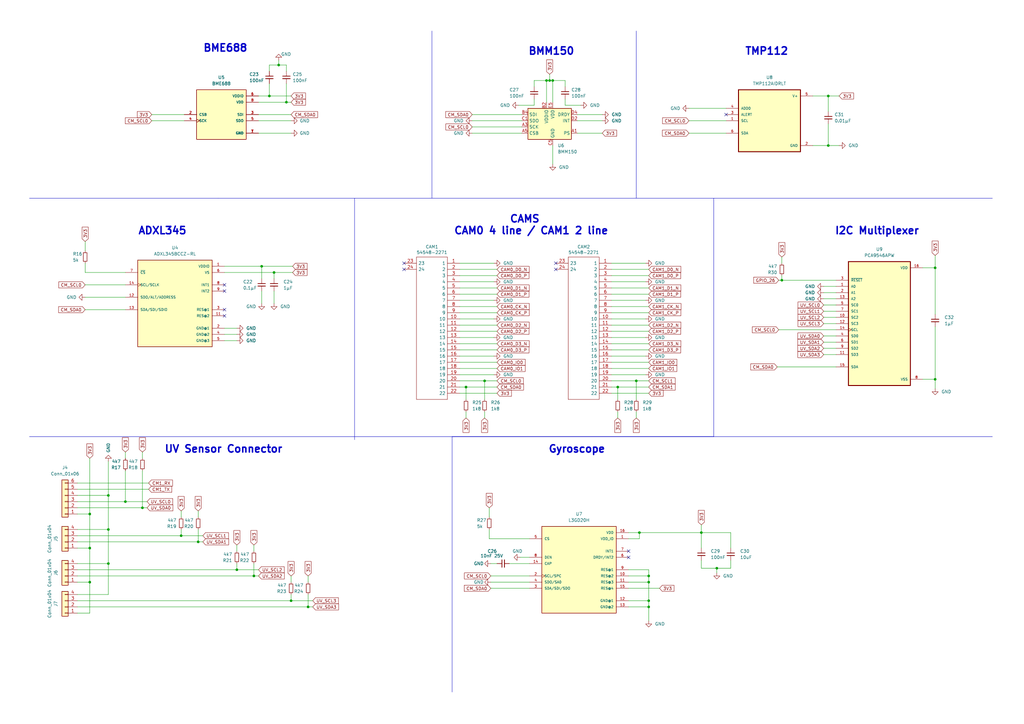
<source format=kicad_sch>
(kicad_sch (version 20230121) (generator eeschema)
  (paper "A3")
  (junction (at 191.135 158.75))
  (junction (at 266.065 238.76))
  (junction (at 266.065 248.92))
  (junction (at 36.83 210.82))
  (junction (at 44.45 217.17))
  (junction (at 74.295 219.71))
  (junction (at 36.83 224.79))
  (junction (at 253.365 158.75))
  (junction (at 44.45 231.14))
  (junction (at 294.005 233.045))
  (junction (at 51.435 205.74))
  (junction (at 339.725 59.69))
  (junction (at 266.065 236.22))
  (junction (at 287.655 218.44))
  (junction (at 126.365 248.92))
  (junction (at 266.065 246.38))
  (junction (at 260.985 156.21))
  (junction (at 198.755 156.21))
  (junction (at 81.28 222.25))
  (junction (at 339.725 39.37))
  (junction (at 383.54 109.855))
  (junction (at 114.3 26.67))
  (junction (at 36.83 238.76))
  (junction (at 225.425 33.02))
  (junction (at 44.45 203.2))
  (junction (at 112.395 111.76))
  (junction (at 224.155 33.02))
  (junction (at 110.49 39.37))
  (junction (at 383.54 155.575))
  (junction (at 97.155 233.68))
  (junction (at 119.38 246.38))
  (junction (at 117.475 41.91))
  (junction (at 58.42 208.28))
  (junction (at 107.315 109.22))
  (junction (at 320.675 114.935))
  (junction (at 104.14 236.22))
  (junction (at 262.255 218.44))
  (junction (at 226.695 33.02))
  (no_connect (at 257.81 226.06))
  (no_connect (at 227.965 107.95))
  (no_connect (at 92.075 119.38))
  (no_connect (at 257.81 228.6))
  (no_connect (at 92.075 127))
  (no_connect (at 227.965 110.49))
  (no_connect (at 92.075 116.84))
  (no_connect (at 92.075 129.54))
  (no_connect (at 297.815 46.99))
  (no_connect (at 165.735 110.49))
  (no_connect (at 165.735 107.95))
  (wire (pts (xy 34.925 116.84) (xy 51.435 116.84)))
  (wire (pts (xy 188.595 143.51) (xy 203.835 143.51)))
  (wire (pts (xy 31.75 198.12) (xy 60.96 198.12)))
  (wire (pts (xy 299.72 233.045) (xy 294.005 233.045)))
  (wire (pts (xy 287.655 233.045) (xy 294.005 233.045)))
  (wire (pts (xy 188.595 156.21) (xy 198.755 156.21)))
  (wire (pts (xy 31.75 219.71) (xy 74.295 219.71)))
  (wire (pts (xy 287.655 215.265) (xy 287.655 218.44)))
  (wire (pts (xy 104.14 226.06) (xy 104.14 223.52)))
  (wire (pts (xy 224.155 33.02) (xy 224.155 41.91)))
  (wire (pts (xy 320.675 114.935) (xy 320.675 113.03)))
  (wire (pts (xy 188.595 130.81) (xy 202.565 130.81)))
  (wire (pts (xy 198.755 156.21) (xy 198.755 163.83)))
  (wire (pts (xy 236.855 54.61) (xy 247.015 54.61)))
  (wire (pts (xy 188.595 113.03) (xy 203.835 113.03)))
  (wire (pts (xy 36.83 251.46) (xy 31.75 251.46)))
  (wire (pts (xy 262.255 218.44) (xy 287.655 218.44)))
  (wire (pts (xy 31.75 200.66) (xy 60.96 200.66)))
  (wire (pts (xy 62.23 46.99) (xy 75.565 46.99)))
  (polyline (pts (xy 292.735 179.07) (xy 185.42 179.07)))
  (wire (pts (xy 188.595 146.05) (xy 202.565 146.05)))
  (wire (pts (xy 201.295 241.3) (xy 217.17 241.3)))
  (wire (pts (xy 282.575 44.45) (xy 297.815 44.45)))
  (wire (pts (xy 36.83 224.79) (xy 36.83 238.76)))
  (wire (pts (xy 34.925 99.06) (xy 34.925 102.87)))
  (wire (pts (xy 104.14 231.14) (xy 104.14 236.22)))
  (wire (pts (xy 320.675 114.935) (xy 342.9 114.935)))
  (wire (pts (xy 225.425 33.02) (xy 226.695 33.02)))
  (wire (pts (xy 44.45 203.2) (xy 44.45 217.17)))
  (wire (pts (xy 51.435 193.04) (xy 51.435 205.74)))
  (wire (pts (xy 294.005 233.045) (xy 294.005 234.95)))
  (wire (pts (xy 250.825 146.05) (xy 264.795 146.05)))
  (wire (pts (xy 201.295 231.14) (xy 203.835 231.14)))
  (wire (pts (xy 337.82 130.175) (xy 342.9 130.175)))
  (wire (pts (xy 250.825 118.11) (xy 266.065 118.11)))
  (wire (pts (xy 226.695 33.02) (xy 231.775 33.02)))
  (wire (pts (xy 110.49 39.37) (xy 119.38 39.37)))
  (wire (pts (xy 198.755 168.91) (xy 198.755 171.45)))
  (wire (pts (xy 250.825 123.19) (xy 264.795 123.19)))
  (wire (pts (xy 34.925 127) (xy 51.435 127)))
  (wire (pts (xy 106.045 39.37) (xy 110.49 39.37)))
  (wire (pts (xy 188.595 153.67) (xy 202.565 153.67)))
  (polyline (pts (xy 12.065 81.28) (xy 89.535 81.28)))
  (wire (pts (xy 31.75 248.92) (xy 126.365 248.92)))
  (wire (pts (xy 257.81 218.44) (xy 262.255 218.44)))
  (wire (pts (xy 250.825 113.03) (xy 266.065 113.03)))
  (wire (pts (xy 257.81 246.38) (xy 266.065 246.38)))
  (wire (pts (xy 257.81 248.92) (xy 266.065 248.92)))
  (wire (pts (xy 378.46 155.575) (xy 383.54 155.575)))
  (wire (pts (xy 253.365 158.75) (xy 253.365 163.83)))
  (wire (pts (xy 112.395 119.38) (xy 112.395 124.46)))
  (wire (pts (xy 250.825 140.97) (xy 266.065 140.97)))
  (wire (pts (xy 299.72 218.44) (xy 299.72 224.79)))
  (wire (pts (xy 34.925 111.76) (xy 51.435 111.76)))
  (wire (pts (xy 337.82 137.795) (xy 342.9 137.795)))
  (wire (pts (xy 250.825 151.13) (xy 266.065 151.13)))
  (wire (pts (xy 250.825 130.81) (xy 264.795 130.81)))
  (wire (pts (xy 253.365 158.75) (xy 266.065 158.75)))
  (wire (pts (xy 44.45 231.14) (xy 44.45 243.84)))
  (wire (pts (xy 238.125 43.18) (xy 231.775 43.18)))
  (wire (pts (xy 260.985 168.91) (xy 260.985 171.45)))
  (wire (pts (xy 119.38 246.38) (xy 128.27 246.38)))
  (wire (pts (xy 106.045 46.99) (xy 119.38 46.99)))
  (polyline (pts (xy 177.165 12.7) (xy 177.165 81.28)))
  (wire (pts (xy 188.595 158.75) (xy 191.135 158.75)))
  (wire (pts (xy 339.725 39.37) (xy 344.17 39.37)))
  (wire (pts (xy 339.725 59.69) (xy 333.375 59.69)))
  (wire (pts (xy 74.295 217.17) (xy 74.295 219.71)))
  (wire (pts (xy 257.81 220.98) (xy 262.255 220.98)))
  (wire (pts (xy 337.82 142.875) (xy 342.9 142.875)))
  (wire (pts (xy 337.82 127.635) (xy 342.9 127.635)))
  (wire (pts (xy 191.135 158.75) (xy 191.135 163.83)))
  (wire (pts (xy 126.365 243.84) (xy 126.365 248.92)))
  (wire (pts (xy 193.675 52.07) (xy 213.995 52.07)))
  (wire (pts (xy 250.825 107.95) (xy 264.795 107.95)))
  (wire (pts (xy 383.54 109.855) (xy 383.54 128.905)))
  (wire (pts (xy 36.83 210.82) (xy 36.83 224.79)))
  (wire (pts (xy 250.825 128.27) (xy 266.065 128.27)))
  (wire (pts (xy 226.695 59.69) (xy 226.695 67.31)))
  (wire (pts (xy 44.45 189.23) (xy 44.45 203.2)))
  (wire (pts (xy 257.81 233.68) (xy 266.065 233.68)))
  (wire (pts (xy 250.825 156.21) (xy 260.985 156.21)))
  (wire (pts (xy 110.49 26.67) (xy 114.3 26.67)))
  (wire (pts (xy 62.23 49.53) (xy 75.565 49.53)))
  (wire (pts (xy 107.315 109.22) (xy 120.015 109.22)))
  (wire (pts (xy 266.065 248.92) (xy 266.065 254.635)))
  (polyline (pts (xy 185.42 179.07) (xy 185.42 283.845)))
  (wire (pts (xy 106.045 49.53) (xy 119.38 49.53)))
  (wire (pts (xy 250.825 125.73) (xy 266.065 125.73)))
  (wire (pts (xy 188.595 161.29) (xy 203.835 161.29)))
  (wire (pts (xy 92.075 109.22) (xy 107.315 109.22)))
  (wire (pts (xy 250.825 110.49) (xy 266.065 110.49)))
  (wire (pts (xy 188.595 125.73) (xy 203.835 125.73)))
  (wire (pts (xy 81.28 222.25) (xy 83.185 222.25)))
  (wire (pts (xy 200.66 208.28) (xy 200.66 212.09)))
  (wire (pts (xy 250.825 135.89) (xy 266.065 135.89)))
  (polyline (pts (xy 292.735 179.07) (xy 407.035 179.07)))
  (wire (pts (xy 34.925 107.95) (xy 34.925 111.76)))
  (wire (pts (xy 200.66 220.98) (xy 217.17 220.98)))
  (wire (pts (xy 262.255 220.98) (xy 262.255 218.44)))
  (wire (pts (xy 378.46 109.855) (xy 383.54 109.855)))
  (wire (pts (xy 253.365 168.91) (xy 253.365 171.45)))
  (wire (pts (xy 299.72 229.87) (xy 299.72 233.045)))
  (wire (pts (xy 319.405 135.255) (xy 342.9 135.255)))
  (wire (pts (xy 112.395 111.76) (xy 120.015 111.76)))
  (wire (pts (xy 250.825 153.67) (xy 264.795 153.67)))
  (wire (pts (xy 282.575 54.61) (xy 297.815 54.61)))
  (polyline (pts (xy 292.735 179.07) (xy 292.735 81.28)))
  (wire (pts (xy 74.295 212.09) (xy 74.295 209.55)))
  (wire (pts (xy 250.825 133.35) (xy 266.065 133.35)))
  (wire (pts (xy 31.75 205.74) (xy 51.435 205.74)))
  (wire (pts (xy 266.065 233.68) (xy 266.065 236.22)))
  (wire (pts (xy 383.54 133.985) (xy 383.54 155.575)))
  (wire (pts (xy 193.675 46.99) (xy 213.995 46.99)))
  (wire (pts (xy 117.475 41.91) (xy 119.38 41.91)))
  (wire (pts (xy 92.075 134.62) (xy 97.155 134.62)))
  (wire (pts (xy 383.54 104.775) (xy 383.54 109.855)))
  (wire (pts (xy 117.475 26.67) (xy 117.475 29.21)))
  (wire (pts (xy 58.42 193.04) (xy 58.42 208.28)))
  (wire (pts (xy 337.82 120.015) (xy 342.9 120.015)))
  (wire (pts (xy 224.155 33.02) (xy 225.425 33.02)))
  (wire (pts (xy 337.82 132.715) (xy 342.9 132.715)))
  (wire (pts (xy 92.075 111.76) (xy 112.395 111.76)))
  (wire (pts (xy 188.595 151.13) (xy 203.835 151.13)))
  (wire (pts (xy 188.595 107.95) (xy 202.565 107.95)))
  (wire (pts (xy 119.38 243.84) (xy 119.38 246.38)))
  (wire (pts (xy 188.595 118.11) (xy 203.835 118.11)))
  (wire (pts (xy 31.75 236.22) (xy 104.14 236.22)))
  (wire (pts (xy 201.295 236.22) (xy 217.17 236.22)))
  (wire (pts (xy 337.82 125.095) (xy 342.9 125.095)))
  (wire (pts (xy 36.83 187.96) (xy 36.83 210.82)))
  (wire (pts (xy 201.295 238.76) (xy 217.17 238.76)))
  (wire (pts (xy 219.075 43.18) (xy 212.725 43.18)))
  (wire (pts (xy 250.825 161.29) (xy 266.065 161.29)))
  (wire (pts (xy 318.77 150.495) (xy 342.9 150.495)))
  (wire (pts (xy 110.49 34.29) (xy 110.49 39.37)))
  (wire (pts (xy 198.755 156.21) (xy 203.835 156.21)))
  (wire (pts (xy 92.075 137.16) (xy 97.155 137.16)))
  (wire (pts (xy 231.775 43.18) (xy 231.775 40.64)))
  (wire (pts (xy 97.155 233.68) (xy 106.045 233.68)))
  (wire (pts (xy 200.66 217.17) (xy 200.66 220.98)))
  (wire (pts (xy 188.595 120.65) (xy 203.835 120.65)))
  (wire (pts (xy 58.42 187.96) (xy 58.42 185.42)))
  (wire (pts (xy 188.595 138.43) (xy 202.565 138.43)))
  (wire (pts (xy 193.675 54.61) (xy 213.995 54.61)))
  (wire (pts (xy 36.83 238.76) (xy 36.83 251.46)))
  (wire (pts (xy 188.595 115.57) (xy 202.565 115.57)))
  (wire (pts (xy 257.81 241.3) (xy 270.51 241.3)))
  (wire (pts (xy 114.3 24.765) (xy 114.3 26.67)))
  (wire (pts (xy 213.36 228.6) (xy 217.17 228.6)))
  (wire (pts (xy 36.83 210.82) (xy 31.75 210.82)))
  (wire (pts (xy 339.725 39.37) (xy 339.725 45.72)))
  (wire (pts (xy 333.375 39.37) (xy 339.725 39.37)))
  (wire (pts (xy 107.315 119.38) (xy 107.315 124.46)))
  (wire (pts (xy 188.595 123.19) (xy 202.565 123.19)))
  (wire (pts (xy 287.655 229.87) (xy 287.655 233.045)))
  (polyline (pts (xy 89.535 81.28) (xy 407.035 81.28)))
  (wire (pts (xy 31.75 208.28) (xy 58.42 208.28)))
  (wire (pts (xy 106.045 41.91) (xy 117.475 41.91)))
  (wire (pts (xy 260.985 156.21) (xy 260.985 163.83)))
  (wire (pts (xy 250.825 148.59) (xy 266.065 148.59)))
  (wire (pts (xy 383.54 155.575) (xy 383.54 159.385)))
  (wire (pts (xy 126.365 238.76) (xy 126.365 236.22)))
  (wire (pts (xy 226.695 33.02) (xy 226.695 41.91)))
  (wire (pts (xy 337.82 145.415) (xy 342.9 145.415)))
  (wire (pts (xy 34.925 121.92) (xy 51.435 121.92)))
  (wire (pts (xy 36.83 224.79) (xy 31.75 224.79)))
  (wire (pts (xy 106.045 54.61) (xy 119.38 54.61)))
  (wire (pts (xy 250.825 143.51) (xy 266.065 143.51)))
  (wire (pts (xy 191.135 168.91) (xy 191.135 171.45)))
  (polyline (pts (xy 145.415 81.28) (xy 145.415 180.34)))
  (wire (pts (xy 119.38 238.76) (xy 119.38 236.22)))
  (wire (pts (xy 81.28 217.17) (xy 81.28 222.25)))
  (wire (pts (xy 81.28 212.09) (xy 81.28 209.55)))
  (wire (pts (xy 339.725 59.69) (xy 344.17 59.69)))
  (wire (pts (xy 97.155 226.06) (xy 97.155 223.52)))
  (wire (pts (xy 257.81 238.76) (xy 266.065 238.76)))
  (wire (pts (xy 260.985 156.21) (xy 266.065 156.21)))
  (wire (pts (xy 250.825 115.57) (xy 264.795 115.57)))
  (polyline (pts (xy 260.985 12.7) (xy 260.985 81.28)))
  (wire (pts (xy 44.45 203.2) (xy 31.75 203.2)))
  (wire (pts (xy 44.45 217.17) (xy 44.45 231.14)))
  (wire (pts (xy 104.14 236.22) (xy 106.045 236.22)))
  (wire (pts (xy 31.75 233.68) (xy 97.155 233.68)))
  (wire (pts (xy 225.425 30.48) (xy 225.425 33.02)))
  (wire (pts (xy 219.075 40.64) (xy 219.075 43.18)))
  (wire (pts (xy 337.82 140.335) (xy 342.9 140.335)))
  (wire (pts (xy 58.42 208.28) (xy 60.325 208.28)))
  (wire (pts (xy 44.45 231.14) (xy 31.75 231.14)))
  (wire (pts (xy 236.855 49.53) (xy 247.015 49.53)))
  (wire (pts (xy 126.365 248.92) (xy 128.27 248.92)))
  (wire (pts (xy 31.75 222.25) (xy 81.28 222.25)))
  (wire (pts (xy 188.595 128.27) (xy 203.835 128.27)))
  (wire (pts (xy 287.655 218.44) (xy 299.72 218.44)))
  (wire (pts (xy 193.675 49.53) (xy 213.995 49.53)))
  (wire (pts (xy 92.075 139.7) (xy 97.155 139.7)))
  (wire (pts (xy 266.065 238.76) (xy 266.065 246.38)))
  (wire (pts (xy 44.45 243.84) (xy 31.75 243.84)))
  (wire (pts (xy 250.825 138.43) (xy 264.795 138.43)))
  (wire (pts (xy 282.575 49.53) (xy 297.815 49.53)))
  (wire (pts (xy 188.595 135.89) (xy 203.835 135.89)))
  (wire (pts (xy 188.595 140.97) (xy 203.835 140.97)))
  (wire (pts (xy 31.75 246.38) (xy 119.38 246.38)))
  (wire (pts (xy 266.065 236.22) (xy 266.065 238.76)))
  (wire (pts (xy 117.475 34.29) (xy 117.475 41.91)))
  (polyline (pts (xy 12.065 179.07) (xy 292.735 179.07)))
  (wire (pts (xy 51.435 205.74) (xy 60.325 205.74)))
  (wire (pts (xy 208.915 231.14) (xy 217.17 231.14)))
  (wire (pts (xy 97.155 231.14) (xy 97.155 233.68)))
  (wire (pts (xy 236.855 46.99) (xy 247.015 46.99)))
  (wire (pts (xy 112.395 111.76) (xy 112.395 114.3)))
  (wire (pts (xy 107.315 109.22) (xy 107.315 114.3)))
  (wire (pts (xy 337.82 122.555) (xy 342.9 122.555)))
  (wire (pts (xy 44.45 217.17) (xy 31.75 217.17)))
  (wire (pts (xy 188.595 110.49) (xy 203.835 110.49)))
  (wire (pts (xy 339.725 50.8) (xy 339.725 59.69)))
  (wire (pts (xy 110.49 29.21) (xy 110.49 26.67)))
  (wire (pts (xy 188.595 148.59) (xy 203.835 148.59)))
  (wire (pts (xy 320.675 107.95) (xy 320.675 105.41)))
  (wire (pts (xy 257.81 236.22) (xy 266.065 236.22)))
  (wire (pts (xy 287.655 218.44) (xy 287.655 224.79)))
  (wire (pts (xy 266.065 246.38) (xy 266.065 248.92)))
  (wire (pts (xy 231.775 33.02) (xy 231.775 35.56)))
  (wire (pts (xy 219.075 33.02) (xy 219.075 35.56)))
  (wire (pts (xy 114.3 26.67) (xy 117.475 26.67)))
  (wire (pts (xy 224.155 33.02) (xy 219.075 33.02)))
  (wire (pts (xy 250.825 158.75) (xy 253.365 158.75)))
  (wire (pts (xy 188.595 133.35) (xy 203.835 133.35)))
  (wire (pts (xy 74.295 219.71) (xy 83.185 219.71)))
  (wire (pts (xy 36.83 238.76) (xy 31.75 238.76)))
  (wire (pts (xy 51.435 187.96) (xy 51.435 185.42)))
  (wire (pts (xy 191.135 158.75) (xy 203.835 158.75)))
  (wire (pts (xy 337.82 117.475) (xy 342.9 117.475)))
  (wire (pts (xy 319.405 114.935) (xy 320.675 114.935)))
  (wire (pts (xy 250.825 120.65) (xy 266.065 120.65)))
  (text "Gyroscope" (at 224.79 186.055 0) (effects (font (size 3 3) (thickness 0.6) bold) (justify left bottom)))
  (text "BME688\n" (at 83.185 21.59 0) (effects (font (size 3 3) (thickness 0.6) bold) (justify left bottom)))
  (text "          CAMS\nCAM0 4 line / CAM1 2 line\n" (at 186.055 96.52 0) (effects (font (size 3 3) (thickness 0.6) bold) (justify left bottom)))
  (text "I2C Multiplexer" (at 342.265 96.52 0) (effects (font (size 3 3) (thickness 0.6) bold) (justify left bottom)))
  (text "ADXL345" (at 56.515 96.52 0) (effects (font (size 3 3) (thickness 0.6) bold) (justify left bottom)))
  (text "UV Sensor Connector" (at 67.31 186.055 0) (effects (font (size 3 3) (thickness 0.6) bold) (justify left bottom)))
  (text "TMP112" (at 305.435 22.86 0) (effects (font (size 3 3) (thickness 0.6) bold) (justify left bottom)))
  (text "BMM150" (at 216.535 22.86 0) (effects (font (size 3 3) (thickness 0.6) bold) (justify left bottom)))
  (global_label "UV_SCL2" (shape input) (at 337.82 130.175 180) (property "Intersheetrefs" "${INTERSHEET_REFS}" (effects hide)))
  (global_label "CAM0_IO0" (shape input) (at 203.835 148.59 0) (property "Intersheetrefs" "${INTERSHEET_REFS}" (effects hide)))
  (global_label "CAM0_IO1" (shape input) (at 203.835 151.13 0) (property "Intersheetrefs" "${INTERSHEET_REFS}" (effects hide)))
  (global_label "CAM1_D0_P" (shape input) (at 266.065 113.03 0) (property "Intersheetrefs" "${INTERSHEET_REFS}" (effects hide)))
  (global_label "3V3" (shape input) (at 270.51 241.3 0) (property "Intersheetrefs" "${INTERSHEET_REFS}" (effects hide)))
  (global_label "UV_SCL3" (shape input) (at 128.27 246.38 0) (property "Intersheetrefs" "${INTERSHEET_REFS}" (effects hide)))
  (global_label "UV_SDA0" (shape input) (at 337.82 137.795 180) (property "Intersheetrefs" "${INTERSHEET_REFS}" (effects hide)))
  (global_label "CAM0_D3_P" (shape input) (at 203.835 143.51 0) (property "Intersheetrefs" "${INTERSHEET_REFS}" (effects hide)))
  (global_label "CAM1_IO1" (shape input) (at 266.065 151.13 0) (property "Intersheetrefs" "${INTERSHEET_REFS}" (effects hide)))
  (global_label "3V3" (shape input) (at 320.675 105.41 90) (property "Intersheetrefs" "${INTERSHEET_REFS}" (effects hide)))
  (global_label "3V3" (shape input) (at 287.655 215.265 90) (property "Intersheetrefs" "${INTERSHEET_REFS}" (effects hide)))
  (global_label "UV_SCL1" (shape input) (at 337.82 127.635 180) (property "Intersheetrefs" "${INTERSHEET_REFS}" (effects hide)))
  (global_label "UV_SDA3" (shape input) (at 337.82 145.415 180) (property "Intersheetrefs" "${INTERSHEET_REFS}" (effects hide)))
  (global_label "3V3" (shape input) (at 34.925 99.06 90) (property "Intersheetrefs" "${INTERSHEET_REFS}" (effects hide)))
  (global_label "CM1_TX" (shape input) (at 60.96 200.66 0) (property "Intersheetrefs" "${INTERSHEET_REFS}" (effects hide)))
  (global_label "GPIO_26" (shape input) (at 319.405 114.935 180) (property "Intersheetrefs" "${INTERSHEET_REFS}" (effects hide)))
  (global_label "UV_SCL0" (shape input) (at 60.325 205.74 0) (property "Intersheetrefs" "${INTERSHEET_REFS}" (effects hide)))
  (global_label "3V3" (shape input) (at 203.835 161.29 0) (property "Intersheetrefs" "${INTERSHEET_REFS}" (effects hide)))
  (global_label "3V3" (shape input) (at 191.135 171.45 270) (property "Intersheetrefs" "${INTERSHEET_REFS}" (effects hide)))
  (global_label "UV_SCL3" (shape input) (at 337.82 132.715 180) (property "Intersheetrefs" "${INTERSHEET_REFS}" (effects hide)))
  (global_label "CM_SDA0" (shape input) (at 203.835 158.75 0) (property "Intersheetrefs" "${INTERSHEET_REFS}" (effects hide)))
  (global_label "UV_SDA2" (shape input) (at 337.82 142.875 180) (property "Intersheetrefs" "${INTERSHEET_REFS}" (effects hide)))
  (global_label "CM_SCL0" (shape input) (at 34.925 116.84 180) (property "Intersheetrefs" "${INTERSHEET_REFS}" (effects hide)))
  (global_label "CM_SDA0" (shape input) (at 193.675 46.99 180) (property "Intersheetrefs" "${INTERSHEET_REFS}" (effects hide)))
  (global_label "CM_SDA1" (shape input) (at 266.065 158.75 0) (property "Intersheetrefs" "${INTERSHEET_REFS}" (effects hide)))
  (global_label "3V3" (shape input) (at 383.54 104.775 90) (property "Intersheetrefs" "${INTERSHEET_REFS}" (effects hide)))
  (global_label "CM_SCL0" (shape input) (at 203.835 156.21 0) (property "Intersheetrefs" "${INTERSHEET_REFS}" (effects hide)))
  (global_label "CM_SCL0" (shape input) (at 319.405 135.255 180) (property "Intersheetrefs" "${INTERSHEET_REFS}" (effects hide)))
  (global_label "3V3" (shape input) (at 119.38 236.22 90) (property "Intersheetrefs" "${INTERSHEET_REFS}" (effects hide)))
  (global_label "UV_SDA0" (shape input) (at 60.325 208.28 0) (property "Intersheetrefs" "${INTERSHEET_REFS}" (effects hide)))
  (global_label "CM1_RX" (shape input) (at 60.96 198.12 0) (property "Intersheetrefs" "${INTERSHEET_REFS}" (effects hide)))
  (global_label "3V3" (shape input) (at 266.065 161.29 0) (property "Intersheetrefs" "${INTERSHEET_REFS}" (effects hide)))
  (global_label "3V3" (shape input) (at 126.365 236.22 90) (property "Intersheetrefs" "${INTERSHEET_REFS}" (effects hide)))
  (global_label "3V3" (shape input) (at 74.295 209.55 90) (property "Intersheetrefs" "${INTERSHEET_REFS}" (effects hide)))
  (global_label "CAM0_CK_N" (shape input) (at 203.835 125.73 0) (property "Intersheetrefs" "${INTERSHEET_REFS}" (effects hide)))
  (global_label "CAM0_D3_N" (shape input) (at 203.835 140.97 0) (property "Intersheetrefs" "${INTERSHEET_REFS}" (effects hide)))
  (global_label "CAM0_D0_P" (shape input) (at 203.835 113.03 0) (property "Intersheetrefs" "${INTERSHEET_REFS}" (effects hide)))
  (global_label "3V3" (shape input) (at 247.015 54.61 0) (property "Intersheetrefs" "${INTERSHEET_REFS}" (effects hide)))
  (global_label "CM_SCL0" (shape input) (at 201.295 236.22 180) (property "Intersheetrefs" "${INTERSHEET_REFS}" (effects hide)))
  (global_label "3V3" (shape input) (at 58.42 185.42 90) (property "Intersheetrefs" "${INTERSHEET_REFS}" (effects hide)))
  (global_label "UV_SDA1" (shape input) (at 83.185 222.25 0) (property "Intersheetrefs" "${INTERSHEET_REFS}" (effects hide)))
  (global_label "3V3" (shape input) (at 253.365 171.45 270) (property "Intersheetrefs" "${INTERSHEET_REFS}" (effects hide)))
  (global_label "3V3" (shape input) (at 200.66 208.28 90) (property "Intersheetrefs" "${INTERSHEET_REFS}" (effects hide)))
  (global_label "CM_SCL1" (shape input) (at 266.065 156.21 0) (property "Intersheetrefs" "${INTERSHEET_REFS}" (effects hide)))
  (global_label "3V3" (shape input) (at 119.38 41.91 0) (property "Intersheetrefs" "${INTERSHEET_REFS}" (effects hide)))
  (global_label "CM_SCL0" (shape input) (at 193.675 52.07 180) (property "Intersheetrefs" "${INTERSHEET_REFS}" (effects hide)))
  (global_label "CAM1_D2_N" (shape input) (at 266.065 133.35 0) (property "Intersheetrefs" "${INTERSHEET_REFS}" (effects hide)))
  (global_label "3V3" (shape input) (at 119.38 39.37 0) (property "Intersheetrefs" "${INTERSHEET_REFS}" (effects hide)))
  (global_label "UV_SCL2" (shape input) (at 106.045 233.68 0) (property "Intersheetrefs" "${INTERSHEET_REFS}" (effects hide)))
  (global_label "CAM0_D1_P" (shape input) (at 203.835 120.65 0) (property "Intersheetrefs" "${INTERSHEET_REFS}" (effects hide)))
  (global_label "UV_SDA1" (shape input) (at 337.82 140.335 180) (property "Intersheetrefs" "${INTERSHEET_REFS}" (effects hide)))
  (global_label "CM_SDA0" (shape input) (at 282.575 54.61 180) (property "Intersheetrefs" "${INTERSHEET_REFS}" (effects hide)))
  (global_label "CM_SDA0" (shape input) (at 34.925 127 180) (property "Intersheetrefs" "${INTERSHEET_REFS}" (effects hide)))
  (global_label "CAM1_D0_N" (shape input) (at 266.065 110.49 0) (property "Intersheetrefs" "${INTERSHEET_REFS}" (effects hide)))
  (global_label "UV_SDA3" (shape input) (at 128.27 248.92 0) (property "Intersheetrefs" "${INTERSHEET_REFS}" (effects hide)))
  (global_label "CAM1_D1_P" (shape input) (at 266.065 120.65 0) (property "Intersheetrefs" "${INTERSHEET_REFS}" (effects hide)))
  (global_label "CAM0_CK_P" (shape input) (at 203.835 128.27 0) (property "Intersheetrefs" "${INTERSHEET_REFS}" (effects hide)))
  (global_label "3V3" (shape input) (at 344.17 39.37 0) (property "Intersheetrefs" "${INTERSHEET_REFS}" (effects hide)))
  (global_label "3V3" (shape input) (at 104.14 223.52 90) (property "Intersheetrefs" "${INTERSHEET_REFS}" (effects hide)))
  (global_label "3V3" (shape input) (at 81.28 209.55 90) (property "Intersheetrefs" "${INTERSHEET_REFS}" (effects hide)))
  (global_label "3V3" (shape input) (at 198.755 171.45 270) (property "Intersheetrefs" "${INTERSHEET_REFS}" (effects hide)))
  (global_label "3V3" (shape input) (at 120.015 111.76 0) (property "Intersheetrefs" "${INTERSHEET_REFS}" (effects hide)))
  (global_label "CAM0_D1_N" (shape input) (at 203.835 118.11 0) (property "Intersheetrefs" "${INTERSHEET_REFS}" (effects hide)))
  (global_label "3V3" (shape input) (at 51.435 185.42 90) (property "Intersheetrefs" "${INTERSHEET_REFS}" (effects hide)))
  (global_label "3V3" (shape input) (at 36.83 187.96 90) (property "Intersheetrefs" "${INTERSHEET_REFS}" (effects hide)))
  (global_label "CAM0_D0_N" (shape input) (at 203.835 110.49 0) (property "Intersheetrefs" "${INTERSHEET_REFS}" (effects hide)))
  (global_label "3V3" (shape input) (at 120.015 109.22 0) (property "Intersheetrefs" "${INTERSHEET_REFS}" (effects hide)))
  (global_label "CAM1_IO0" (shape input) (at 266.065 148.59 0) (property "Intersheetrefs" "${INTERSHEET_REFS}" (effects hide)))
  (global_label "UV_SCL0" (shape input) (at 337.82 125.095 180) (property "Intersheetrefs" "${INTERSHEET_REFS}" (effects hide)))
  (global_label "CAM1_CK_P" (shape input) (at 266.065 128.27 0) (property "Intersheetrefs" "${INTERSHEET_REFS}" (effects hide)))
  (global_label "CAM1_D1_N" (shape input) (at 266.065 118.11 0) (property "Intersheetrefs" "${INTERSHEET_REFS}" (effects hide)))
  (global_label "CAM0_D2_N" (shape input) (at 203.835 133.35 0) (property "Intersheetrefs" "${INTERSHEET_REFS}" (effects hide)))
  (global_label "CAM1_CK_N" (shape input) (at 266.065 125.73 0) (property "Intersheetrefs" "${INTERSHEET_REFS}" (effects hide)))
  (global_label "3V3" (shape input) (at 260.985 171.45 270) (property "Intersheetrefs" "${INTERSHEET_REFS}" (effects hide)))
  (global_label "3V3" (shape input) (at 62.23 46.99 180) (property "Intersheetrefs" "${INTERSHEET_REFS}" (effects hide)))
  (global_label "CAM1_D2_P" (shape input) (at 266.065 135.89 0) (property "Intersheetrefs" "${INTERSHEET_REFS}" (effects hide)))
  (global_label "UV_SCL1" (shape input) (at 83.185 219.71 0) (property "Intersheetrefs" "${INTERSHEET_REFS}" (effects hide)))
  (global_label "CAM1_D3_N" (shape input) (at 266.065 140.97 0) (property "Intersheetrefs" "${INTERSHEET_REFS}" (effects hide)))
  (global_label "3V3" (shape input) (at 97.155 223.52 90) (property "Intersheetrefs" "${INTERSHEET_REFS}" (effects hide)))
  (global_label "CM_SDA0" (shape input) (at 119.38 46.99 0) (property "Intersheetrefs" "${INTERSHEET_REFS}" (effects hide)))
  (global_label "CM_SDA0" (shape input) (at 201.295 241.3 180) (property "Intersheetrefs" "${INTERSHEET_REFS}" (effects hide)))
  (global_label "CAM1_D3_P" (shape input) (at 266.065 143.51 0) (property "Intersheetrefs" "${INTERSHEET_REFS}" (effects hide)))
  (global_label "CM_SCL0" (shape input) (at 62.23 49.53 180) (property "Intersheetrefs" "${INTERSHEET_REFS}" (effects hide)))
  (global_label "CAM0_D2_P" (shape input) (at 203.835 135.89 0) (property "Intersheetrefs" "${INTERSHEET_REFS}" (effects hide)))
  (global_label "3V3" (shape input) (at 225.425 30.48 90) (property "Intersheetrefs" "${INTERSHEET_REFS}" (effects hide)))
  (global_label "CM_SCL0" (shape input) (at 282.575 49.53 180) (property "Intersheetrefs" "${INTERSHEET_REFS}" (effects hide)))
  (global_label "CM_SDA0" (shape input) (at 318.77 150.495 180) (property "Intersheetrefs" "${INTERSHEET_REFS}" (effects hide)))
  (global_label "UV_SDA2" (shape input) (at 106.045 236.22 0) (property "Intersheetrefs" "${INTERSHEET_REFS}" (effects hide)))
  (symbol (lib_id "power:GND") (at 264.795 130.81 90) (unit 1)
    (property "Reference" "#PWR0235" (effects hide))
    (property "Value" "GND" (at 268.605 130.8099 90) (effects (justify right)))
  )
  (symbol (lib_id "Device:R_Small") (at 119.38 241.3 180) (unit 1)
    (property "Reference" "R23" (at 117.475 242.5701 0) (effects (justify left)))
    (property "Value" "4k7" (at 117.475 240.0301 0) (effects (justify left)))
    (property "Footprint" "Resistor_SMD:R_0603_1608Metric_Pad0.98x0.95mm_HandSolder" (effects hide))
  )
  (symbol (lib_id "power:GND") (at 226.695 67.31 0) (unit 1)
    (property "Reference" "#PWR0252" (effects hide))
    (property "Value" "GND" (at 229.235 68.5799 0) (effects (justify left)))
  )
  (symbol (lib_id "Device:R_Small") (at 51.435 190.5 180) (unit 1)
    (property "Reference" "R17" (at 49.53 191.7701 0) (effects (justify left)))
    (property "Value" "4k7" (at 49.53 189.2301 0) (effects (justify left)))
    (property "Footprint" "Resistor_SMD:R_0603_1608Metric_Pad0.98x0.95mm_HandSolder" (effects hide))
  )
  (symbol (lib_id "TMP112AIDRLT:TMP112AIDRLT") (at 315.595 49.53 0) (unit 1)
    (property "Reference" "U8" (at 315.595 31.75 0))
    (property "Value" "TMP112AIDRLT" (at 315.595 34.29 0))
    (property "Footprint" "Package_TO_SOT_SMD:SOT-563" (effects hide))
  )
  (symbol (lib_id "Device:R_Small") (at 200.66 214.63 0) (unit 1)
    (property "Reference" "R27" (at 195.58 213.36 0) (effects (justify left)))
    (property "Value" "5k" (at 195.58 215.9 0) (effects (justify left)))
    (property "Footprint" "Resistor_SMD:R_0603_1608Metric_Pad0.98x0.95mm_HandSolder" (effects hide))
  )
  (symbol (lib_id "power:GND") (at 34.925 121.92 270) (unit 1)
    (property "Reference" "#PWR0242" (effects hide))
    (property "Value" "GND" (at 27.305 121.92 90) (effects (justify left)))
  )
  (symbol (lib_id "power:GND") (at 202.565 153.67 90) (unit 1)
    (property "Reference" "#PWR0232" (effects hide))
    (property "Value" "GND" (at 206.375 153.6699 90) (effects (justify right)))
  )
  (symbol (lib_id "power:GND") (at 97.155 134.62 90) (unit 1)
    (property "Reference" "#PWR0239" (effects hide))
    (property "Value" "GND" (at 100.965 134.6199 90) (effects (justify right)))
  )
  (symbol (lib_id "power:GND") (at 264.795 146.05 90) (unit 1)
    (property "Reference" "#PWR0236" (effects hide))
    (property "Value" "GND" (at 268.605 146.0499 90) (effects (justify right)))
  )
  (symbol (lib_id "power:GND") (at 202.565 138.43 90) (unit 1)
    (property "Reference" "#PWR0231" (effects hide))
    (property "Value" "GND" (at 206.375 138.4299 90) (effects (justify right)))
  )
  (symbol (lib_id "power:GND") (at 202.565 123.19 90) (unit 1)
    (property "Reference" "#PWR0229" (effects hide))
    (property "Value" "GND" (at 206.375 123.1899 90) (effects (justify right)))
  )
  (symbol (lib_id "Device:R_Small") (at 253.365 166.37 0) (unit 1)
    (property "Reference" "R28" (at 255.905 165.0999 0) (effects (justify left)))
    (property "Value" "1k8" (at 255.905 167.6399 0) (effects (justify left)))
    (property "Footprint" "Resistor_SMD:R_0603_1608Metric_Pad0.98x0.95mm_HandSolder" (effects hide))
  )
  (symbol (lib_id "power:GND") (at 202.565 107.95 90) (unit 1)
    (property "Reference" "#PWR0233" (effects hide))
    (property "Value" "GND" (at 206.375 107.9499 90) (effects (justify right)))
  )
  (symbol (lib_id "Device:C_Small") (at 206.375 231.14 90) (unit 1)
    (property "Reference" "C26" (at 203.835 226.06 90) (effects (justify left)))
    (property "Value" "10nF 25V" (at 206.375 227.965 90) (effects (justify left)))
    (property "Footprint" "Capacitor_SMD:C_0603_1608Metric_Pad1.08x0.95mm_HandSolder" (effects hide))
  )
  (symbol (lib_id "L3GD20H:L3GD20H") (at 237.49 233.68 0) (unit 1)
    (property "Reference" "U7" (at 237.49 210.82 0))
    (property "Value" "L3GD20H" (at 237.49 213.36 0))
    (property "Footprint" "Package_LGA:LGA-16_3x3mm_P0.5mm_LayoutBorder3x5y" (effects hide))
    (property "MANUFACTURER" "ST Microelectronics" (effects hide))
  )
  (symbol (lib_id "power:GND") (at 238.125 43.18 90) (unit 1)
    (property "Reference" "#PWR0256" (effects hide))
    (property "Value" "GND" (at 241.935 43.1799 90) (effects (justify right)))
  )
  (symbol (lib_id "power:GND") (at 247.015 49.53 90) (unit 1)
    (property "Reference" "#PWR0253" (effects hide))
    (property "Value" "GND" (at 250.825 49.5299 90) (effects (justify right)))
  )
  (symbol (lib_id "54548-2271:54548-2271") (at 227.965 107.95 0) (unit 1)
    (property "Reference" "CAM2" (at 239.395 101.219 0))
    (property "Value" "54548-2271" (at 239.395 103.5304 0))
    (property "Footprint" "54548-2271:545482271" (effects hide))
    (property "Datasheet" "http://www.molex.com/webdocs/datasheets/pdf/en-us//0545482271_FFC_FPC_CONNECTORS.pdf" (effects hide))
    (property "Description" "FFC & FPC Connectors 0.5 FPC ZIF Hsg Assy ssy 22Ckt EmbsTp Pkg" (effects hide))
    (property "Height" "1" (effects hide))
    (property "Manufacturer_Name" "Molex" (effects hide))
    (property "Manufacturer_Part_Number" "54548-2271" (effects hide))
    (property "Mouser Part Number" "538-54548-2271" (effects hide))
    (property "Mouser Price/Stock" "https://www.mouser.co.uk/ProductDetail/Molex/54548-2271?qs=qM7ngqbhX5X3ZiWzRWv9wA%3D%3D" (effects hide))
  )
  (symbol (lib_id "power:GND") (at 383.54 159.385 0) (unit 1)
    (property "Reference" "#PWR0215" (effects hide))
    (property "Value" "GND" (at 386.08 160.6549 0) (effects (justify left)))
  )
  (symbol (lib_id "power:GND") (at 337.82 120.015 270) (unit 1)
    (property "Reference" "#PWR0218" (effects hide))
    (property "Value" "GND" (at 330.2 120.015 90) (effects (justify left)))
  )
  (symbol (lib_id "power:GND") (at 97.155 139.7 90) (unit 1)
    (property "Reference" "#PWR0238" (effects hide))
    (property "Value" "GND" (at 100.965 139.6999 90) (effects (justify right)))
  )
  (symbol (lib_id "power:GND") (at 337.82 122.555 270) (unit 1)
    (property "Reference" "#PWR0216" (effects hide))
    (property "Value" "GND" (at 330.2 122.555 90) (effects (justify left)))
  )
  (symbol (lib_id "BME688:BME688") (at 90.805 46.99 0) (unit 1)
    (property "Reference" "U5" (at 90.805 31.75 0))
    (property "Value" "BME688" (at 90.805 34.29 0))
    (property "Footprint" "Package_LGA:Bosch_LGA-8_3x3mm_P0.8mm_ClockwisePinNumbering" (effects hide))
    (property "STANDARD" "Manufacturer recommendations" (effects hide))
    (property "MANUFACTURER" "BOSCH" (effects hide))
    (property "PARTREV" "1.0" (effects hide))
    (property "MAXIMUM_PACKAGE_HEIGHT" "1.0 mm" (effects hide))
  )
  (symbol (lib_id "power:GND") (at 344.17 59.69 90) (unit 1)
    (property "Reference" "#PWR0221" (effects hide))
    (property "Value" "GND" (at 347.98 59.6899 90) (effects (justify right)))
  )
  (symbol (lib_id "power:GND") (at 201.295 231.14 270) (unit 1)
    (property "Reference" "#PWR0248" (effects hide))
    (property "Value" "GND" (at 194.31 231.14 90) (effects (justify left)))
  )
  (symbol (lib_id "power:GND") (at 119.38 49.53 90) (unit 1)
    (property "Reference" "#PWR0223" (effects hide))
    (property "Value" "GND" (at 127 49.53 90) (effects (justify left)))
  )
  (symbol (lib_id "Device:R_Small") (at 104.14 228.6 180) (unit 1)
    (property "Reference" "R22" (at 102.235 229.8701 0) (effects (justify left)))
    (property "Value" "4k7" (at 102.235 227.3301 0) (effects (justify left)))
    (property "Footprint" "Resistor_SMD:R_0603_1608Metric_Pad0.98x0.95mm_HandSolder" (effects hide))
  )
  (symbol (lib_id "power:GND") (at 201.295 238.76 270) (unit 1)
    (property "Reference" "#PWR0247" (effects hide))
    (property "Value" "GND" (at 194.31 238.76 90) (effects (justify left)))
  )
  (symbol (lib_id "Device:C_Small") (at 231.775 38.1 0) (unit 1)
    (property "Reference" "C28" (at 234.315 36.8362 0) (effects (justify left)))
    (property "Value" "100nF" (at 234.315 39.3762 0) (effects (justify left)))
    (property "Footprint" "Capacitor_SMD:C_0603_1608Metric_Pad1.08x0.95mm_HandSolder" (effects hide))
  )
  (symbol (lib_id "ADXL345BCCZ-RL:ADXL345BCCZ-RL") (at 71.755 124.46 0) (unit 1)
    (property "Reference" "U4" (at 71.755 101.6 0))
    (property "Value" "ADXL345BCCZ-RL" (at 71.755 104.14 0))
    (property "Footprint" "Package_LGA:LGA-14_3x5mm_P0.8mm_LayoutBorder1x6y" (effects hide))
    (property "MANUFACTURER" "Analog Devices" (effects hide))
  )
  (symbol (lib_id "Device:C_Small") (at 287.655 227.33 0) (unit 1)
    (property "Reference" "C29" (at 291.465 226.06 0) (effects (justify left)))
    (property "Value" "100nF" (at 291.465 228.6 0) (effects (justify left)))
    (property "Footprint" "Capacitor_SMD:C_0603_1608Metric_Pad1.08x0.95mm_HandSolder" (effects hide))
  )
  (symbol (lib_id "Device:C_Small") (at 107.315 116.84 0) (unit 1)
    (property "Reference" "C22" (at 99.695 115.57 0) (effects (justify left)))
    (property "Value" "0.1µF" (at 99.695 118.11 0) (effects (justify left)))
    (property "Footprint" "Capacitor_SMD:C_0603_1608Metric_Pad1.08x0.95mm_HandSolder" (effects hide))
  )
  (symbol (lib_id "power:GND") (at 107.315 124.46 0) (unit 1)
    (property "Reference" "#PWR0240" (effects hide))
    (property "Value" "GND" (at 100.965 125.73 0) (effects (justify left)))
  )
  (symbol (lib_id "Device:R_Small") (at 126.365 241.3 180) (unit 1)
    (property "Reference" "R24" (at 124.46 242.5701 0) (effects (justify left)))
    (property "Value" "4k7" (at 124.46 240.0301 0) (effects (justify left)))
    (property "Footprint" "Resistor_SMD:R_0603_1608Metric_Pad0.98x0.95mm_HandSolder" (effects hide))
  )
  (symbol (lib_id "power:GND") (at 212.725 43.18 270) (unit 1)
    (property "Reference" "#PWR0249" (effects hide))
    (property "Value" "GND" (at 205.105 43.18 90) (effects (justify left)))
  )
  (symbol (lib_id "Connector_Generic:Conn_01x04") (at 26.67 248.92 180) (unit 1)
    (property "Reference" "J7" (at 22.86 247.65 90))
    (property "Value" "Conn_01x04" (at 20.32 247.65 90))
    (property "Footprint" "Connector_FFC-FPC:Molex_200528-0040_1x04-1MP_P1.00mm_Horizontal" (effects hide))
  )
  (symbol (lib_id "power:GND") (at 44.45 189.23 180) (unit 1)
    (property "Reference" "#PWR0245" (effects hide))
    (property "Value" "GND" (at 44.45 181.61 90) (effects (justify left)))
  )
  (symbol (lib_id "Device:R_Small") (at 74.295 214.63 180) (unit 1)
    (property "Reference" "R19" (at 72.39 215.9001 0) (effects (justify left)))
    (property "Value" "4k7" (at 72.39 213.3601 0) (effects (justify left)))
    (property "Footprint" "Resistor_SMD:R_0603_1608Metric_Pad0.98x0.95mm_HandSolder" (effects hide))
  )
  (symbol (lib_id "power:GND") (at 112.395 124.46 0) (unit 1)
    (property "Reference" "#PWR0244" (effects hide))
    (property "Value" "GND" (at 114.935 125.7299 0) (effects (justify left)))
  )
  (symbol (lib_id "Device:R_Small") (at 191.135 166.37 0) (unit 1)
    (property "Reference" "R25" (at 193.675 165.0999 0) (effects (justify left)))
    (property "Value" "1k8" (at 193.675 167.6399 0) (effects (justify left)))
    (property "Footprint" "Resistor_SMD:R_0603_1608Metric_Pad0.98x0.95mm_HandSolder" (effects hide))
  )
  (symbol (lib_id "power:GND") (at 264.795 153.67 90) (unit 1)
    (property "Reference" "#PWR0224" (effects hide))
    (property "Value" "GND" (at 268.605 153.6699 90) (effects (justify right)))
  )
  (symbol (lib_id "Sensor_Magnetic:BMM150") (at 226.695 49.53 0) (unit 1)
    (property "Reference" "U6" (at 228.7144 59.69 0) (effects (justify left)))
    (property "Value" "BMM150" (at 228.7144 62.23 0) (effects (justify left)))
    (property "Footprint" "Package_CSP:WLCSP-12_1.56x1.56mm_P0.4mm" (effects hide))
    (property "Datasheet" "https://www.mouser.com/datasheet/2/783/BST-BMM150-DS001-01-786480.pdf" (effects hide))
  )
  (symbol (lib_id "Device:C_Small") (at 383.54 131.445 0) (unit 1)
    (property "Reference" "C32" (at 387.35 130.175 0) (effects (justify left)))
    (property "Value" "1µF" (at 387.35 132.715 0) (effects (justify left)))
    (property "Footprint" "Capacitor_SMD:C_0603_1608Metric_Pad1.08x0.95mm_HandSolder" (effects hide))
  )
  (symbol (lib_id "power:GND") (at 114.3 24.765 180) (unit 1)
    (property "Reference" "#PWR0243" (effects hide))
    (property "Value" "GND" (at 119.38 22.225 0) (effects (justify left)))
  )
  (symbol (lib_id "power:GND") (at 264.795 138.43 90) (unit 1)
    (property "Reference" "#PWR0237" (effects hide))
    (property "Value" "GND" (at 268.605 138.4299 90) (effects (justify right)))
  )
  (symbol (lib_id "Device:C_Small") (at 219.075 38.1 180) (unit 1)
    (property "Reference" "C27" (at 208.915 36.83 0) (effects (justify right)))
    (property "Value" "100nF" (at 208.915 39.37 0) (effects (justify right)))
    (property "Footprint" "Capacitor_SMD:C_0603_1608Metric_Pad1.08x0.95mm_HandSolder" (effects hide))
  )
  (symbol (lib_id "power:GND") (at 264.795 107.95 90) (unit 1)
    (property "Reference" "#PWR0226" (effects hide))
    (property "Value" "GND" (at 268.605 107.9499 90) (effects (justify right)))
  )
  (symbol (lib_id "power:GND") (at 247.015 46.99 90) (unit 1)
    (property "Reference" "#PWR0254" (effects hide))
    (property "Value" "GND" (at 250.825 46.9899 90) (effects (justify right)))
  )
  (symbol (lib_id "power:GND") (at 202.565 130.81 90) (unit 1)
    (property "Reference" "#PWR0230" (effects hide))
    (property "Value" "GND" (at 206.375 130.8099 90) (effects (justify right)))
  )
  (symbol (lib_id "power:GND") (at 294.005 234.95 0) (unit 1)
    (property "Reference" "#PWR0220" (effects hide))
    (property "Value" "GND" (at 296.545 236.2199 0) (effects (justify left)))
  )
  (symbol (lib_id "power:GND") (at 193.675 49.53 270) (unit 1)
    (property "Reference" "#PWR0250" (effects hide))
    (property "Value" "GND" (at 186.055 49.53 90) (effects (justify left)))
  )
  (symbol (lib_id "Device:R_Small") (at 320.675 110.49 180) (unit 1)
    (property "Reference" "R30" (at 318.77 111.7601 0) (effects (justify left)))
    (property "Value" "4k7" (at 318.77 109.2201 0) (effects (justify left)))
    (property "Footprint" "Resistor_SMD:R_0603_1608Metric_Pad0.98x0.95mm_HandSolder" (effects hide))
  )
  (symbol (lib_id "power:GND") (at 337.82 117.475 270) (unit 1)
    (property "Reference" "#PWR0217" (effects hide))
    (property "Value" "GND" (at 330.2 117.475 90) (effects (justify left)))
  )
  (symbol (lib_id "power:GND") (at 282.575 44.45 270) (unit 1)
    (property "Reference" "#PWR0255" (effects hide))
    (property "Value" "GND" (at 274.955 44.45 90) (effects (justify left)))
  )
  (symbol (lib_id "power:GND") (at 97.155 137.16 90) (unit 1)
    (property "Reference" "#PWR0241" (effects hide))
    (property "Value" "GND" (at 100.965 137.1599 90) (effects (justify right)))
  )
  (symbol (lib_id "power:GND") (at 202.565 115.57 90) (unit 1)
    (property "Reference" "#PWR0234" (effects hide))
    (property "Value" "GND" (at 206.375 115.5699 90) (effects (justify right)))
  )
  (symbol (lib_id "Device:R_Small") (at 97.155 228.6 180) (unit 1)
    (property "Reference" "R21" (at 95.25 229.8701 0) (effects (justify left)))
    (property "Value" "4k7" (at 95.25 227.3301 0) (effects (justify left)))
    (property "Footprint" "Resistor_SMD:R_0603_1608Metric_Pad0.98x0.95mm_HandSolder" (effects hide))
  )
  (symbol (lib_id "power:GND") (at 213.36 228.6 270) (unit 1)
    (property "Reference" "#PWR0246" (effects hide))
    (property "Value" "GND" (at 210.185 226.06 90) (effects (justify left)))
  )
  (symbol (lib_id "Device:C_Small") (at 112.395 116.84 0) (unit 1)
    (property "Reference" "C24" (at 116.205 115.57 0) (effects (justify left)))
    (property "Value" "1µF" (at 116.205 118.11 0) (effects (justify left)))
    (property "Footprint" "Capacitor_SMD:C_0603_1608Metric_Pad1.08x0.95mm_HandSolder" (effects hide))
  )
  (symbol (lib_id "Device:R_Small") (at 81.28 214.63 180) (unit 1)
    (property "Reference" "R20" (at 79.375 215.9001 0) (effects (justify left)))
    (property "Value" "4k7" (at 79.375 213.3601 0) (effects (justify left)))
    (property "Footprint" "Resistor_SMD:R_0603_1608Metric_Pad0.98x0.95mm_HandSolder" (effects hide))
  )
  (symbol (lib_id "power:GND") (at 264.795 123.19 90) (unit 1)
    (property "Reference" "#PWR0225" (effects hide))
    (property "Value" "GND" (at 268.605 123.1899 90) (effects (justify right)))
  )
  (symbol (lib_id "Connector_Generic:Conn_01x04") (at 26.67 222.25 180) (unit 1)
    (property "Reference" "J5" (at 22.86 220.98 90))
    (property "Value" "Conn_01x04" (at 20.32 220.98 90))
    (property "Footprint" "Connector_FFC-FPC:Molex_200528-0040_1x04-1MP_P1.00mm_Horizontal" (effects hide))
  )
  (symbol (lib_id "power:GND") (at 264.795 115.57 90) (unit 1)
    (property "Reference" "#PWR0227" (effects hide))
    (property "Value" "GND" (at 268.605 115.5699 90) (effects (justify right)))
  )
  (symbol (lib_id "power:GND") (at 119.38 54.61 90) (unit 1)
    (property "Reference" "#PWR0222" (effects hide))
    (property "Value" "GND" (at 127 54.61 90) (effects (justify left)))
  )
  (symbol (lib_id "power:GND") (at 266.065 254.635 0) (unit 1)
    (property "Reference" "#PWR0219" (effects hide))
    (property "Value" "GND" (at 268.605 255.9049 0) (effects (justify left)))
  )
  (symbol (lib_id "Connector_Generic:Conn_01x04") (at 26.67 236.22 180) (unit 1)
    (property "Reference" "J6" (at 22.86 234.95 90))
    (property "Value" "Conn_01x04" (at 20.32 234.95 90))
    (property "Footprint" "Connector_FFC-FPC:Molex_200528-0040_1x04-1MP_P1.00mm_Horizontal" (effects hide))
  )
  (symbol (lib_id "power:GND") (at 193.675 54.61 270) (unit 1)
    (property "Reference" "#PWR0251" (effects hide))
    (property "Value" "GND" (at 186.055 54.61 90) (effects (justify left)))
  )
  (symbol (lib_id "Device:C_Small") (at 110.49 31.75 0) (unit 1)
    (property "Reference" "C23" (at 102.235 30.48 0) (effects (justify left)))
    (property "Value" "100nF" (at 102.235 33.02 0) (effects (justify left)))
    (property "Footprint" "Capacitor_SMD:C_0603_1608Metric_Pad1.08x0.95mm_HandSolder" (effects hide))
  )
  (symbol (lib_id "Device:C_Small") (at 299.72 227.33 0) (unit 1)
    (property "Reference" "C30" (at 303.53 226.06 0) (effects (justify left)))
    (property "Value" "10uF" (at 303.53 228.6 0) (effects (justify left)))
    (property "Footprint" "Capacitor_SMD:C_0603_1608Metric_Pad1.08x0.95mm_HandSolder" (effects hide))
  )
  (symbol (lib_id "54548-2271:54548-2271") (at 165.735 107.95 0) (unit 1)
    (property "Reference" "CAM1" (at 177.165 101.219 0))
    (property "Value" "54548-2271" (at 177.165 103.5304 0))
    (property "Footprint" "54548-2271:545482271" (effects hide))
    (property "Datasheet" "http://www.molex.com/webdocs/datasheets/pdf/en-us//0545482271_FFC_FPC_CONNECTORS.pdf" (effects hide))
    (property "Description" "FFC & FPC Connectors 0.5 FPC ZIF Hsg Assy ssy 22Ckt EmbsTp Pkg" (effects hide))
    (property "Height" "1" (effects hide))
    (property "Manufacturer_Name" "Molex" (effects hide))
    (property "Manufacturer_Part_Number" "54548-2271" (effects hide))
    (property "Mouser Part Number" "538-54548-2271" (effects hide))
    (property "Mouser Price/Stock" "https://www.mouser.co.uk/ProductDetail/Molex/54548-2271?qs=qM7ngqbhX5X3ZiWzRWv9wA%3D%3D" (effects hide))
  )
  (symbol (lib_id "Connector_Generic:Conn_01x06") (at 26.67 205.74 180) (unit 1)
    (property "Reference" "J4" (at 26.67 191.77 0))
    (property "Value" "Conn_01x06" (at 26.67 194.31 0))
    (property "Footprint" "Connector_FFC-FPC:Molex_200528-0060_1x06-1MP_P1.00mm_Horizontal" (effects hide))
  )
  (symbol (lib_id "PCA9546APW:PCA9546APW") (at 360.68 132.715 0) (unit 1)
    (property "Reference" "U9" (at 360.68 102.235 0))
    (property "Value" "PCA9546APW" (at 360.68 104.775 0))
    (property "Footprint" "Package_SO:TSSOP-16_4.4x5mm_P0.65mm" (effects hide))
  )
  (symbol (lib_id "Device:R_Small") (at 58.42 190.5 180) (unit 1)
    (property "Reference" "R18" (at 56.515 191.7701 0) (effects (justify left)))
    (property "Value" "4k7" (at 56.515 189.2301 0) (effects (justify left)))
    (property "Footprint" "Resistor_SMD:R_0603_1608Metric_Pad0.98x0.95mm_HandSolder" (effects hide))
  )
  (symbol (lib_id "Device:R_Small") (at 260.985 166.37 0) (unit 1)
    (property "Reference" "R29" (at 263.525 165.0999 0) (effects (justify left)))
    (property "Value" "1k8" (at 263.525 167.6399 0) (effects (justify left)))
    (property "Footprint" "Resistor_SMD:R_0603_1608Metric_Pad0.98x0.95mm_HandSolder" (effects hide))
  )
  (symbol (lib_id "power:GND") (at 202.565 146.05 90) (unit 1)
    (property "Reference" "#PWR0228" (effects hide))
    (property "Value" "GND" (at 206.375 146.0499 90) (effects (justify right)))
  )
  (symbol (lib_id "Device:R_Small") (at 34.925 105.41 0) (unit 1)
    (property "Reference" "R16" (at 29.845 104.14 0) (effects (justify left)))
    (property "Value" "5k" (at 29.845 106.68 0) (effects (justify left)))
    (property "Footprint" "Resistor_SMD:R_0603_1608Metric_Pad0.98x0.95mm_HandSolder" (effects hide))
  )
  (symbol (lib_id "Device:C_Small") (at 339.725 48.26 0) (unit 1)
    (property "Reference" "C31" (at 342.265 46.9962 0) (effects (justify left)))
    (property "Value" "0.01µF" (at 342.265 49.5362 0) (effects (justify left)))
    (property "Footprint" "Capacitor_SMD:C_0603_1608Metric_Pad1.08x0.95mm_HandSolder" (effects hide))
  )
  (symbol (lib_id "Device:R_Small") (at 198.755 166.37 0) (unit 1)
    (property "Reference" "R26" (at 201.295 165.0999 0) (effects (justify left)))
    (property "Value" "1k8" (at 201.295 167.6399 0) (effects (justify left)))
    (property "Footprint" "Resistor_SMD:R_0603_1608Metric_Pad0.98x0.95mm_HandSolder" (effects hide))
  )
  (symbol (lib_id "Device:C_Small") (at 117.475 31.75 0) (unit 1)
    (property "Reference" "C25" (at 120.015 30.4862 0) (effects (justify left)))
    (property "Value" "100nF" (at 120.015 33.0262 0) (effects (justify left)))
    (property "Footprint" "Capacitor_SMD:C_0603_1608Metric_Pad1.08x0.95mm_HandSolder" (effects hide))
  )
)
</source>
